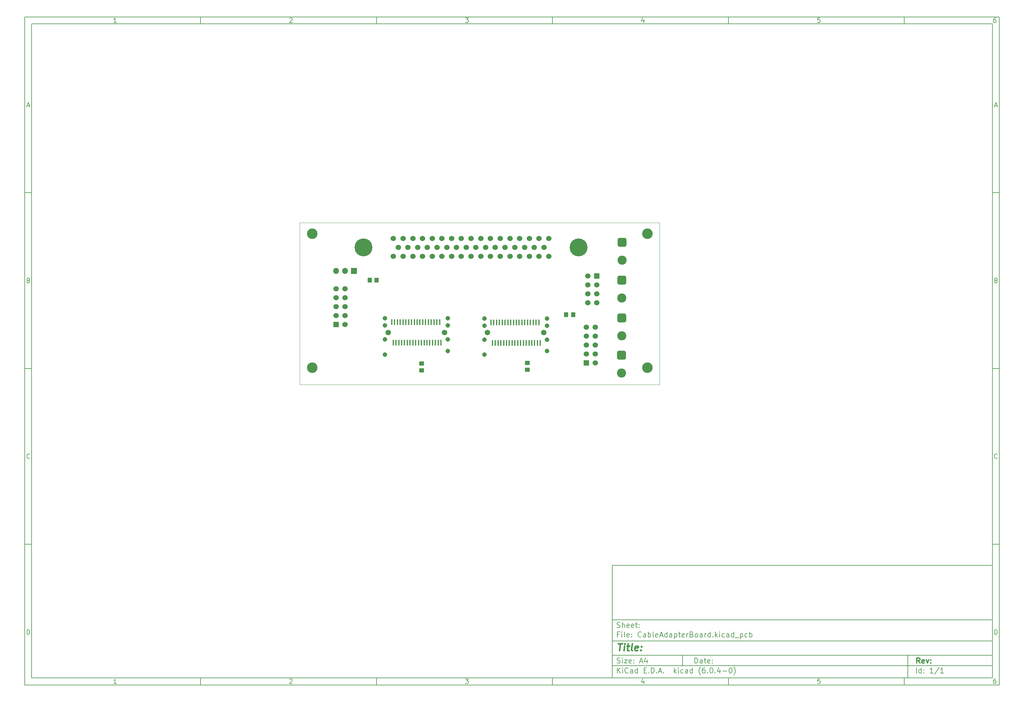
<source format=gbr>
%TF.GenerationSoftware,KiCad,Pcbnew,(6.0.4-0)*%
%TF.CreationDate,2023-08-06T12:43:48-07:00*%
%TF.ProjectId,CableAdapterBoard,4361626c-6541-4646-9170-746572426f61,rev?*%
%TF.SameCoordinates,Original*%
%TF.FileFunction,Soldermask,Top*%
%TF.FilePolarity,Negative*%
%FSLAX46Y46*%
G04 Gerber Fmt 4.6, Leading zero omitted, Abs format (unit mm)*
G04 Created by KiCad (PCBNEW (6.0.4-0)) date 2023-08-06 12:43:48*
%MOMM*%
%LPD*%
G01*
G04 APERTURE LIST*
G04 Aperture macros list*
%AMRoundRect*
0 Rectangle with rounded corners*
0 $1 Rounding radius*
0 $2 $3 $4 $5 $6 $7 $8 $9 X,Y pos of 4 corners*
0 Add a 4 corners polygon primitive as box body*
4,1,4,$2,$3,$4,$5,$6,$7,$8,$9,$2,$3,0*
0 Add four circle primitives for the rounded corners*
1,1,$1+$1,$2,$3*
1,1,$1+$1,$4,$5*
1,1,$1+$1,$6,$7*
1,1,$1+$1,$8,$9*
0 Add four rect primitives between the rounded corners*
20,1,$1+$1,$2,$3,$4,$5,0*
20,1,$1+$1,$4,$5,$6,$7,0*
20,1,$1+$1,$6,$7,$8,$9,0*
20,1,$1+$1,$8,$9,$2,$3,0*%
G04 Aperture macros list end*
%ADD10C,0.100000*%
%ADD11C,0.150000*%
%ADD12C,0.300000*%
%ADD13C,0.400000*%
%TA.AperFunction,Profile*%
%ADD14C,0.100000*%
%TD*%
%ADD15R,1.700000X1.700000*%
%ADD16O,1.700000X1.700000*%
%ADD17C,3.000000*%
%ADD18C,1.550000*%
%ADD19O,0.350000X1.800000*%
%ADD20C,1.308000*%
%ADD21R,1.530000X1.530000*%
%ADD22C,1.530000*%
%ADD23RoundRect,0.650000X-0.650000X0.650000X-0.650000X-0.650000X0.650000X-0.650000X0.650000X0.650000X0*%
%ADD24C,2.600000*%
%ADD25RoundRect,0.250000X0.350000X0.450000X-0.350000X0.450000X-0.350000X-0.450000X0.350000X-0.450000X0*%
%ADD26RoundRect,0.250000X-0.350000X-0.450000X0.350000X-0.450000X0.350000X0.450000X-0.350000X0.450000X0*%
%ADD27RoundRect,0.250000X-0.450000X0.350000X-0.450000X-0.350000X0.450000X-0.350000X0.450000X0.350000X0*%
%ADD28C,1.524000*%
%ADD29C,5.080000*%
G04 APERTURE END LIST*
D10*
D11*
X177002200Y-166007200D02*
X177002200Y-198007200D01*
X285002200Y-198007200D01*
X285002200Y-166007200D01*
X177002200Y-166007200D01*
D10*
D11*
X10000000Y-10000000D02*
X10000000Y-200007200D01*
X287002200Y-200007200D01*
X287002200Y-10000000D01*
X10000000Y-10000000D01*
D10*
D11*
X12000000Y-12000000D02*
X12000000Y-198007200D01*
X285002200Y-198007200D01*
X285002200Y-12000000D01*
X12000000Y-12000000D01*
D10*
D11*
X60000000Y-12000000D02*
X60000000Y-10000000D01*
D10*
D11*
X110000000Y-12000000D02*
X110000000Y-10000000D01*
D10*
D11*
X160000000Y-12000000D02*
X160000000Y-10000000D01*
D10*
D11*
X210000000Y-12000000D02*
X210000000Y-10000000D01*
D10*
D11*
X260000000Y-12000000D02*
X260000000Y-10000000D01*
D10*
D11*
X36065476Y-11588095D02*
X35322619Y-11588095D01*
X35694047Y-11588095D02*
X35694047Y-10288095D01*
X35570238Y-10473809D01*
X35446428Y-10597619D01*
X35322619Y-10659523D01*
D10*
D11*
X85322619Y-10411904D02*
X85384523Y-10350000D01*
X85508333Y-10288095D01*
X85817857Y-10288095D01*
X85941666Y-10350000D01*
X86003571Y-10411904D01*
X86065476Y-10535714D01*
X86065476Y-10659523D01*
X86003571Y-10845238D01*
X85260714Y-11588095D01*
X86065476Y-11588095D01*
D10*
D11*
X135260714Y-10288095D02*
X136065476Y-10288095D01*
X135632142Y-10783333D01*
X135817857Y-10783333D01*
X135941666Y-10845238D01*
X136003571Y-10907142D01*
X136065476Y-11030952D01*
X136065476Y-11340476D01*
X136003571Y-11464285D01*
X135941666Y-11526190D01*
X135817857Y-11588095D01*
X135446428Y-11588095D01*
X135322619Y-11526190D01*
X135260714Y-11464285D01*
D10*
D11*
X185941666Y-10721428D02*
X185941666Y-11588095D01*
X185632142Y-10226190D02*
X185322619Y-11154761D01*
X186127380Y-11154761D01*
D10*
D11*
X236003571Y-10288095D02*
X235384523Y-10288095D01*
X235322619Y-10907142D01*
X235384523Y-10845238D01*
X235508333Y-10783333D01*
X235817857Y-10783333D01*
X235941666Y-10845238D01*
X236003571Y-10907142D01*
X236065476Y-11030952D01*
X236065476Y-11340476D01*
X236003571Y-11464285D01*
X235941666Y-11526190D01*
X235817857Y-11588095D01*
X235508333Y-11588095D01*
X235384523Y-11526190D01*
X235322619Y-11464285D01*
D10*
D11*
X285941666Y-10288095D02*
X285694047Y-10288095D01*
X285570238Y-10350000D01*
X285508333Y-10411904D01*
X285384523Y-10597619D01*
X285322619Y-10845238D01*
X285322619Y-11340476D01*
X285384523Y-11464285D01*
X285446428Y-11526190D01*
X285570238Y-11588095D01*
X285817857Y-11588095D01*
X285941666Y-11526190D01*
X286003571Y-11464285D01*
X286065476Y-11340476D01*
X286065476Y-11030952D01*
X286003571Y-10907142D01*
X285941666Y-10845238D01*
X285817857Y-10783333D01*
X285570238Y-10783333D01*
X285446428Y-10845238D01*
X285384523Y-10907142D01*
X285322619Y-11030952D01*
D10*
D11*
X60000000Y-198007200D02*
X60000000Y-200007200D01*
D10*
D11*
X110000000Y-198007200D02*
X110000000Y-200007200D01*
D10*
D11*
X160000000Y-198007200D02*
X160000000Y-200007200D01*
D10*
D11*
X210000000Y-198007200D02*
X210000000Y-200007200D01*
D10*
D11*
X260000000Y-198007200D02*
X260000000Y-200007200D01*
D10*
D11*
X36065476Y-199595295D02*
X35322619Y-199595295D01*
X35694047Y-199595295D02*
X35694047Y-198295295D01*
X35570238Y-198481009D01*
X35446428Y-198604819D01*
X35322619Y-198666723D01*
D10*
D11*
X85322619Y-198419104D02*
X85384523Y-198357200D01*
X85508333Y-198295295D01*
X85817857Y-198295295D01*
X85941666Y-198357200D01*
X86003571Y-198419104D01*
X86065476Y-198542914D01*
X86065476Y-198666723D01*
X86003571Y-198852438D01*
X85260714Y-199595295D01*
X86065476Y-199595295D01*
D10*
D11*
X135260714Y-198295295D02*
X136065476Y-198295295D01*
X135632142Y-198790533D01*
X135817857Y-198790533D01*
X135941666Y-198852438D01*
X136003571Y-198914342D01*
X136065476Y-199038152D01*
X136065476Y-199347676D01*
X136003571Y-199471485D01*
X135941666Y-199533390D01*
X135817857Y-199595295D01*
X135446428Y-199595295D01*
X135322619Y-199533390D01*
X135260714Y-199471485D01*
D10*
D11*
X185941666Y-198728628D02*
X185941666Y-199595295D01*
X185632142Y-198233390D02*
X185322619Y-199161961D01*
X186127380Y-199161961D01*
D10*
D11*
X236003571Y-198295295D02*
X235384523Y-198295295D01*
X235322619Y-198914342D01*
X235384523Y-198852438D01*
X235508333Y-198790533D01*
X235817857Y-198790533D01*
X235941666Y-198852438D01*
X236003571Y-198914342D01*
X236065476Y-199038152D01*
X236065476Y-199347676D01*
X236003571Y-199471485D01*
X235941666Y-199533390D01*
X235817857Y-199595295D01*
X235508333Y-199595295D01*
X235384523Y-199533390D01*
X235322619Y-199471485D01*
D10*
D11*
X285941666Y-198295295D02*
X285694047Y-198295295D01*
X285570238Y-198357200D01*
X285508333Y-198419104D01*
X285384523Y-198604819D01*
X285322619Y-198852438D01*
X285322619Y-199347676D01*
X285384523Y-199471485D01*
X285446428Y-199533390D01*
X285570238Y-199595295D01*
X285817857Y-199595295D01*
X285941666Y-199533390D01*
X286003571Y-199471485D01*
X286065476Y-199347676D01*
X286065476Y-199038152D01*
X286003571Y-198914342D01*
X285941666Y-198852438D01*
X285817857Y-198790533D01*
X285570238Y-198790533D01*
X285446428Y-198852438D01*
X285384523Y-198914342D01*
X285322619Y-199038152D01*
D10*
D11*
X10000000Y-60000000D02*
X12000000Y-60000000D01*
D10*
D11*
X10000000Y-110000000D02*
X12000000Y-110000000D01*
D10*
D11*
X10000000Y-160000000D02*
X12000000Y-160000000D01*
D10*
D11*
X10690476Y-35216666D02*
X11309523Y-35216666D01*
X10566666Y-35588095D02*
X11000000Y-34288095D01*
X11433333Y-35588095D01*
D10*
D11*
X11092857Y-84907142D02*
X11278571Y-84969047D01*
X11340476Y-85030952D01*
X11402380Y-85154761D01*
X11402380Y-85340476D01*
X11340476Y-85464285D01*
X11278571Y-85526190D01*
X11154761Y-85588095D01*
X10659523Y-85588095D01*
X10659523Y-84288095D01*
X11092857Y-84288095D01*
X11216666Y-84350000D01*
X11278571Y-84411904D01*
X11340476Y-84535714D01*
X11340476Y-84659523D01*
X11278571Y-84783333D01*
X11216666Y-84845238D01*
X11092857Y-84907142D01*
X10659523Y-84907142D01*
D10*
D11*
X11402380Y-135464285D02*
X11340476Y-135526190D01*
X11154761Y-135588095D01*
X11030952Y-135588095D01*
X10845238Y-135526190D01*
X10721428Y-135402380D01*
X10659523Y-135278571D01*
X10597619Y-135030952D01*
X10597619Y-134845238D01*
X10659523Y-134597619D01*
X10721428Y-134473809D01*
X10845238Y-134350000D01*
X11030952Y-134288095D01*
X11154761Y-134288095D01*
X11340476Y-134350000D01*
X11402380Y-134411904D01*
D10*
D11*
X10659523Y-185588095D02*
X10659523Y-184288095D01*
X10969047Y-184288095D01*
X11154761Y-184350000D01*
X11278571Y-184473809D01*
X11340476Y-184597619D01*
X11402380Y-184845238D01*
X11402380Y-185030952D01*
X11340476Y-185278571D01*
X11278571Y-185402380D01*
X11154761Y-185526190D01*
X10969047Y-185588095D01*
X10659523Y-185588095D01*
D10*
D11*
X287002200Y-60000000D02*
X285002200Y-60000000D01*
D10*
D11*
X287002200Y-110000000D02*
X285002200Y-110000000D01*
D10*
D11*
X287002200Y-160000000D02*
X285002200Y-160000000D01*
D10*
D11*
X285692676Y-35216666D02*
X286311723Y-35216666D01*
X285568866Y-35588095D02*
X286002200Y-34288095D01*
X286435533Y-35588095D01*
D10*
D11*
X286095057Y-84907142D02*
X286280771Y-84969047D01*
X286342676Y-85030952D01*
X286404580Y-85154761D01*
X286404580Y-85340476D01*
X286342676Y-85464285D01*
X286280771Y-85526190D01*
X286156961Y-85588095D01*
X285661723Y-85588095D01*
X285661723Y-84288095D01*
X286095057Y-84288095D01*
X286218866Y-84350000D01*
X286280771Y-84411904D01*
X286342676Y-84535714D01*
X286342676Y-84659523D01*
X286280771Y-84783333D01*
X286218866Y-84845238D01*
X286095057Y-84907142D01*
X285661723Y-84907142D01*
D10*
D11*
X286404580Y-135464285D02*
X286342676Y-135526190D01*
X286156961Y-135588095D01*
X286033152Y-135588095D01*
X285847438Y-135526190D01*
X285723628Y-135402380D01*
X285661723Y-135278571D01*
X285599819Y-135030952D01*
X285599819Y-134845238D01*
X285661723Y-134597619D01*
X285723628Y-134473809D01*
X285847438Y-134350000D01*
X286033152Y-134288095D01*
X286156961Y-134288095D01*
X286342676Y-134350000D01*
X286404580Y-134411904D01*
D10*
D11*
X285661723Y-185588095D02*
X285661723Y-184288095D01*
X285971247Y-184288095D01*
X286156961Y-184350000D01*
X286280771Y-184473809D01*
X286342676Y-184597619D01*
X286404580Y-184845238D01*
X286404580Y-185030952D01*
X286342676Y-185278571D01*
X286280771Y-185402380D01*
X286156961Y-185526190D01*
X285971247Y-185588095D01*
X285661723Y-185588095D01*
D10*
D11*
X200434342Y-193785771D02*
X200434342Y-192285771D01*
X200791485Y-192285771D01*
X201005771Y-192357200D01*
X201148628Y-192500057D01*
X201220057Y-192642914D01*
X201291485Y-192928628D01*
X201291485Y-193142914D01*
X201220057Y-193428628D01*
X201148628Y-193571485D01*
X201005771Y-193714342D01*
X200791485Y-193785771D01*
X200434342Y-193785771D01*
X202577200Y-193785771D02*
X202577200Y-193000057D01*
X202505771Y-192857200D01*
X202362914Y-192785771D01*
X202077200Y-192785771D01*
X201934342Y-192857200D01*
X202577200Y-193714342D02*
X202434342Y-193785771D01*
X202077200Y-193785771D01*
X201934342Y-193714342D01*
X201862914Y-193571485D01*
X201862914Y-193428628D01*
X201934342Y-193285771D01*
X202077200Y-193214342D01*
X202434342Y-193214342D01*
X202577200Y-193142914D01*
X203077200Y-192785771D02*
X203648628Y-192785771D01*
X203291485Y-192285771D02*
X203291485Y-193571485D01*
X203362914Y-193714342D01*
X203505771Y-193785771D01*
X203648628Y-193785771D01*
X204720057Y-193714342D02*
X204577200Y-193785771D01*
X204291485Y-193785771D01*
X204148628Y-193714342D01*
X204077200Y-193571485D01*
X204077200Y-193000057D01*
X204148628Y-192857200D01*
X204291485Y-192785771D01*
X204577200Y-192785771D01*
X204720057Y-192857200D01*
X204791485Y-193000057D01*
X204791485Y-193142914D01*
X204077200Y-193285771D01*
X205434342Y-193642914D02*
X205505771Y-193714342D01*
X205434342Y-193785771D01*
X205362914Y-193714342D01*
X205434342Y-193642914D01*
X205434342Y-193785771D01*
X205434342Y-192857200D02*
X205505771Y-192928628D01*
X205434342Y-193000057D01*
X205362914Y-192928628D01*
X205434342Y-192857200D01*
X205434342Y-193000057D01*
D10*
D11*
X177002200Y-194507200D02*
X285002200Y-194507200D01*
D10*
D11*
X178434342Y-196585771D02*
X178434342Y-195085771D01*
X179291485Y-196585771D02*
X178648628Y-195728628D01*
X179291485Y-195085771D02*
X178434342Y-195942914D01*
X179934342Y-196585771D02*
X179934342Y-195585771D01*
X179934342Y-195085771D02*
X179862914Y-195157200D01*
X179934342Y-195228628D01*
X180005771Y-195157200D01*
X179934342Y-195085771D01*
X179934342Y-195228628D01*
X181505771Y-196442914D02*
X181434342Y-196514342D01*
X181220057Y-196585771D01*
X181077200Y-196585771D01*
X180862914Y-196514342D01*
X180720057Y-196371485D01*
X180648628Y-196228628D01*
X180577200Y-195942914D01*
X180577200Y-195728628D01*
X180648628Y-195442914D01*
X180720057Y-195300057D01*
X180862914Y-195157200D01*
X181077200Y-195085771D01*
X181220057Y-195085771D01*
X181434342Y-195157200D01*
X181505771Y-195228628D01*
X182791485Y-196585771D02*
X182791485Y-195800057D01*
X182720057Y-195657200D01*
X182577200Y-195585771D01*
X182291485Y-195585771D01*
X182148628Y-195657200D01*
X182791485Y-196514342D02*
X182648628Y-196585771D01*
X182291485Y-196585771D01*
X182148628Y-196514342D01*
X182077200Y-196371485D01*
X182077200Y-196228628D01*
X182148628Y-196085771D01*
X182291485Y-196014342D01*
X182648628Y-196014342D01*
X182791485Y-195942914D01*
X184148628Y-196585771D02*
X184148628Y-195085771D01*
X184148628Y-196514342D02*
X184005771Y-196585771D01*
X183720057Y-196585771D01*
X183577200Y-196514342D01*
X183505771Y-196442914D01*
X183434342Y-196300057D01*
X183434342Y-195871485D01*
X183505771Y-195728628D01*
X183577200Y-195657200D01*
X183720057Y-195585771D01*
X184005771Y-195585771D01*
X184148628Y-195657200D01*
X186005771Y-195800057D02*
X186505771Y-195800057D01*
X186720057Y-196585771D02*
X186005771Y-196585771D01*
X186005771Y-195085771D01*
X186720057Y-195085771D01*
X187362914Y-196442914D02*
X187434342Y-196514342D01*
X187362914Y-196585771D01*
X187291485Y-196514342D01*
X187362914Y-196442914D01*
X187362914Y-196585771D01*
X188077200Y-196585771D02*
X188077200Y-195085771D01*
X188434342Y-195085771D01*
X188648628Y-195157200D01*
X188791485Y-195300057D01*
X188862914Y-195442914D01*
X188934342Y-195728628D01*
X188934342Y-195942914D01*
X188862914Y-196228628D01*
X188791485Y-196371485D01*
X188648628Y-196514342D01*
X188434342Y-196585771D01*
X188077200Y-196585771D01*
X189577200Y-196442914D02*
X189648628Y-196514342D01*
X189577200Y-196585771D01*
X189505771Y-196514342D01*
X189577200Y-196442914D01*
X189577200Y-196585771D01*
X190220057Y-196157200D02*
X190934342Y-196157200D01*
X190077200Y-196585771D02*
X190577200Y-195085771D01*
X191077200Y-196585771D01*
X191577200Y-196442914D02*
X191648628Y-196514342D01*
X191577200Y-196585771D01*
X191505771Y-196514342D01*
X191577200Y-196442914D01*
X191577200Y-196585771D01*
X194577200Y-196585771D02*
X194577200Y-195085771D01*
X194720057Y-196014342D02*
X195148628Y-196585771D01*
X195148628Y-195585771D02*
X194577200Y-196157200D01*
X195791485Y-196585771D02*
X195791485Y-195585771D01*
X195791485Y-195085771D02*
X195720057Y-195157200D01*
X195791485Y-195228628D01*
X195862914Y-195157200D01*
X195791485Y-195085771D01*
X195791485Y-195228628D01*
X197148628Y-196514342D02*
X197005771Y-196585771D01*
X196720057Y-196585771D01*
X196577200Y-196514342D01*
X196505771Y-196442914D01*
X196434342Y-196300057D01*
X196434342Y-195871485D01*
X196505771Y-195728628D01*
X196577200Y-195657200D01*
X196720057Y-195585771D01*
X197005771Y-195585771D01*
X197148628Y-195657200D01*
X198434342Y-196585771D02*
X198434342Y-195800057D01*
X198362914Y-195657200D01*
X198220057Y-195585771D01*
X197934342Y-195585771D01*
X197791485Y-195657200D01*
X198434342Y-196514342D02*
X198291485Y-196585771D01*
X197934342Y-196585771D01*
X197791485Y-196514342D01*
X197720057Y-196371485D01*
X197720057Y-196228628D01*
X197791485Y-196085771D01*
X197934342Y-196014342D01*
X198291485Y-196014342D01*
X198434342Y-195942914D01*
X199791485Y-196585771D02*
X199791485Y-195085771D01*
X199791485Y-196514342D02*
X199648628Y-196585771D01*
X199362914Y-196585771D01*
X199220057Y-196514342D01*
X199148628Y-196442914D01*
X199077200Y-196300057D01*
X199077200Y-195871485D01*
X199148628Y-195728628D01*
X199220057Y-195657200D01*
X199362914Y-195585771D01*
X199648628Y-195585771D01*
X199791485Y-195657200D01*
X202077200Y-197157200D02*
X202005771Y-197085771D01*
X201862914Y-196871485D01*
X201791485Y-196728628D01*
X201720057Y-196514342D01*
X201648628Y-196157200D01*
X201648628Y-195871485D01*
X201720057Y-195514342D01*
X201791485Y-195300057D01*
X201862914Y-195157200D01*
X202005771Y-194942914D01*
X202077200Y-194871485D01*
X203291485Y-195085771D02*
X203005771Y-195085771D01*
X202862914Y-195157200D01*
X202791485Y-195228628D01*
X202648628Y-195442914D01*
X202577200Y-195728628D01*
X202577200Y-196300057D01*
X202648628Y-196442914D01*
X202720057Y-196514342D01*
X202862914Y-196585771D01*
X203148628Y-196585771D01*
X203291485Y-196514342D01*
X203362914Y-196442914D01*
X203434342Y-196300057D01*
X203434342Y-195942914D01*
X203362914Y-195800057D01*
X203291485Y-195728628D01*
X203148628Y-195657200D01*
X202862914Y-195657200D01*
X202720057Y-195728628D01*
X202648628Y-195800057D01*
X202577200Y-195942914D01*
X204077200Y-196442914D02*
X204148628Y-196514342D01*
X204077200Y-196585771D01*
X204005771Y-196514342D01*
X204077200Y-196442914D01*
X204077200Y-196585771D01*
X205077200Y-195085771D02*
X205220057Y-195085771D01*
X205362914Y-195157200D01*
X205434342Y-195228628D01*
X205505771Y-195371485D01*
X205577200Y-195657200D01*
X205577200Y-196014342D01*
X205505771Y-196300057D01*
X205434342Y-196442914D01*
X205362914Y-196514342D01*
X205220057Y-196585771D01*
X205077200Y-196585771D01*
X204934342Y-196514342D01*
X204862914Y-196442914D01*
X204791485Y-196300057D01*
X204720057Y-196014342D01*
X204720057Y-195657200D01*
X204791485Y-195371485D01*
X204862914Y-195228628D01*
X204934342Y-195157200D01*
X205077200Y-195085771D01*
X206220057Y-196442914D02*
X206291485Y-196514342D01*
X206220057Y-196585771D01*
X206148628Y-196514342D01*
X206220057Y-196442914D01*
X206220057Y-196585771D01*
X207577200Y-195585771D02*
X207577200Y-196585771D01*
X207220057Y-195014342D02*
X206862914Y-196085771D01*
X207791485Y-196085771D01*
X208362914Y-196014342D02*
X209505771Y-196014342D01*
X210505771Y-195085771D02*
X210648628Y-195085771D01*
X210791485Y-195157200D01*
X210862914Y-195228628D01*
X210934342Y-195371485D01*
X211005771Y-195657200D01*
X211005771Y-196014342D01*
X210934342Y-196300057D01*
X210862914Y-196442914D01*
X210791485Y-196514342D01*
X210648628Y-196585771D01*
X210505771Y-196585771D01*
X210362914Y-196514342D01*
X210291485Y-196442914D01*
X210220057Y-196300057D01*
X210148628Y-196014342D01*
X210148628Y-195657200D01*
X210220057Y-195371485D01*
X210291485Y-195228628D01*
X210362914Y-195157200D01*
X210505771Y-195085771D01*
X211505771Y-197157200D02*
X211577200Y-197085771D01*
X211720057Y-196871485D01*
X211791485Y-196728628D01*
X211862914Y-196514342D01*
X211934342Y-196157200D01*
X211934342Y-195871485D01*
X211862914Y-195514342D01*
X211791485Y-195300057D01*
X211720057Y-195157200D01*
X211577200Y-194942914D01*
X211505771Y-194871485D01*
D10*
D11*
X177002200Y-191507200D02*
X285002200Y-191507200D01*
D10*
D12*
X264411485Y-193785771D02*
X263911485Y-193071485D01*
X263554342Y-193785771D02*
X263554342Y-192285771D01*
X264125771Y-192285771D01*
X264268628Y-192357200D01*
X264340057Y-192428628D01*
X264411485Y-192571485D01*
X264411485Y-192785771D01*
X264340057Y-192928628D01*
X264268628Y-193000057D01*
X264125771Y-193071485D01*
X263554342Y-193071485D01*
X265625771Y-193714342D02*
X265482914Y-193785771D01*
X265197200Y-193785771D01*
X265054342Y-193714342D01*
X264982914Y-193571485D01*
X264982914Y-193000057D01*
X265054342Y-192857200D01*
X265197200Y-192785771D01*
X265482914Y-192785771D01*
X265625771Y-192857200D01*
X265697200Y-193000057D01*
X265697200Y-193142914D01*
X264982914Y-193285771D01*
X266197200Y-192785771D02*
X266554342Y-193785771D01*
X266911485Y-192785771D01*
X267482914Y-193642914D02*
X267554342Y-193714342D01*
X267482914Y-193785771D01*
X267411485Y-193714342D01*
X267482914Y-193642914D01*
X267482914Y-193785771D01*
X267482914Y-192857200D02*
X267554342Y-192928628D01*
X267482914Y-193000057D01*
X267411485Y-192928628D01*
X267482914Y-192857200D01*
X267482914Y-193000057D01*
D10*
D11*
X178362914Y-193714342D02*
X178577200Y-193785771D01*
X178934342Y-193785771D01*
X179077200Y-193714342D01*
X179148628Y-193642914D01*
X179220057Y-193500057D01*
X179220057Y-193357200D01*
X179148628Y-193214342D01*
X179077200Y-193142914D01*
X178934342Y-193071485D01*
X178648628Y-193000057D01*
X178505771Y-192928628D01*
X178434342Y-192857200D01*
X178362914Y-192714342D01*
X178362914Y-192571485D01*
X178434342Y-192428628D01*
X178505771Y-192357200D01*
X178648628Y-192285771D01*
X179005771Y-192285771D01*
X179220057Y-192357200D01*
X179862914Y-193785771D02*
X179862914Y-192785771D01*
X179862914Y-192285771D02*
X179791485Y-192357200D01*
X179862914Y-192428628D01*
X179934342Y-192357200D01*
X179862914Y-192285771D01*
X179862914Y-192428628D01*
X180434342Y-192785771D02*
X181220057Y-192785771D01*
X180434342Y-193785771D01*
X181220057Y-193785771D01*
X182362914Y-193714342D02*
X182220057Y-193785771D01*
X181934342Y-193785771D01*
X181791485Y-193714342D01*
X181720057Y-193571485D01*
X181720057Y-193000057D01*
X181791485Y-192857200D01*
X181934342Y-192785771D01*
X182220057Y-192785771D01*
X182362914Y-192857200D01*
X182434342Y-193000057D01*
X182434342Y-193142914D01*
X181720057Y-193285771D01*
X183077200Y-193642914D02*
X183148628Y-193714342D01*
X183077200Y-193785771D01*
X183005771Y-193714342D01*
X183077200Y-193642914D01*
X183077200Y-193785771D01*
X183077200Y-192857200D02*
X183148628Y-192928628D01*
X183077200Y-193000057D01*
X183005771Y-192928628D01*
X183077200Y-192857200D01*
X183077200Y-193000057D01*
X184862914Y-193357200D02*
X185577200Y-193357200D01*
X184720057Y-193785771D02*
X185220057Y-192285771D01*
X185720057Y-193785771D01*
X186862914Y-192785771D02*
X186862914Y-193785771D01*
X186505771Y-192214342D02*
X186148628Y-193285771D01*
X187077200Y-193285771D01*
D10*
D11*
X263434342Y-196585771D02*
X263434342Y-195085771D01*
X264791485Y-196585771D02*
X264791485Y-195085771D01*
X264791485Y-196514342D02*
X264648628Y-196585771D01*
X264362914Y-196585771D01*
X264220057Y-196514342D01*
X264148628Y-196442914D01*
X264077200Y-196300057D01*
X264077200Y-195871485D01*
X264148628Y-195728628D01*
X264220057Y-195657200D01*
X264362914Y-195585771D01*
X264648628Y-195585771D01*
X264791485Y-195657200D01*
X265505771Y-196442914D02*
X265577200Y-196514342D01*
X265505771Y-196585771D01*
X265434342Y-196514342D01*
X265505771Y-196442914D01*
X265505771Y-196585771D01*
X265505771Y-195657200D02*
X265577200Y-195728628D01*
X265505771Y-195800057D01*
X265434342Y-195728628D01*
X265505771Y-195657200D01*
X265505771Y-195800057D01*
X268148628Y-196585771D02*
X267291485Y-196585771D01*
X267720057Y-196585771D02*
X267720057Y-195085771D01*
X267577200Y-195300057D01*
X267434342Y-195442914D01*
X267291485Y-195514342D01*
X269862914Y-195014342D02*
X268577200Y-196942914D01*
X271148628Y-196585771D02*
X270291485Y-196585771D01*
X270720057Y-196585771D02*
X270720057Y-195085771D01*
X270577200Y-195300057D01*
X270434342Y-195442914D01*
X270291485Y-195514342D01*
D10*
D11*
X177002200Y-187507200D02*
X285002200Y-187507200D01*
D10*
D13*
X178714580Y-188211961D02*
X179857438Y-188211961D01*
X179036009Y-190211961D02*
X179286009Y-188211961D01*
X180274104Y-190211961D02*
X180440771Y-188878628D01*
X180524104Y-188211961D02*
X180416961Y-188307200D01*
X180500295Y-188402438D01*
X180607438Y-188307200D01*
X180524104Y-188211961D01*
X180500295Y-188402438D01*
X181107438Y-188878628D02*
X181869342Y-188878628D01*
X181476485Y-188211961D02*
X181262200Y-189926247D01*
X181333628Y-190116723D01*
X181512200Y-190211961D01*
X181702676Y-190211961D01*
X182655057Y-190211961D02*
X182476485Y-190116723D01*
X182405057Y-189926247D01*
X182619342Y-188211961D01*
X184190771Y-190116723D02*
X183988390Y-190211961D01*
X183607438Y-190211961D01*
X183428866Y-190116723D01*
X183357438Y-189926247D01*
X183452676Y-189164342D01*
X183571723Y-188973866D01*
X183774104Y-188878628D01*
X184155057Y-188878628D01*
X184333628Y-188973866D01*
X184405057Y-189164342D01*
X184381247Y-189354819D01*
X183405057Y-189545295D01*
X185155057Y-190021485D02*
X185238390Y-190116723D01*
X185131247Y-190211961D01*
X185047914Y-190116723D01*
X185155057Y-190021485D01*
X185131247Y-190211961D01*
X185286009Y-188973866D02*
X185369342Y-189069104D01*
X185262200Y-189164342D01*
X185178866Y-189069104D01*
X185286009Y-188973866D01*
X185262200Y-189164342D01*
D10*
D11*
X178934342Y-185600057D02*
X178434342Y-185600057D01*
X178434342Y-186385771D02*
X178434342Y-184885771D01*
X179148628Y-184885771D01*
X179720057Y-186385771D02*
X179720057Y-185385771D01*
X179720057Y-184885771D02*
X179648628Y-184957200D01*
X179720057Y-185028628D01*
X179791485Y-184957200D01*
X179720057Y-184885771D01*
X179720057Y-185028628D01*
X180648628Y-186385771D02*
X180505771Y-186314342D01*
X180434342Y-186171485D01*
X180434342Y-184885771D01*
X181791485Y-186314342D02*
X181648628Y-186385771D01*
X181362914Y-186385771D01*
X181220057Y-186314342D01*
X181148628Y-186171485D01*
X181148628Y-185600057D01*
X181220057Y-185457200D01*
X181362914Y-185385771D01*
X181648628Y-185385771D01*
X181791485Y-185457200D01*
X181862914Y-185600057D01*
X181862914Y-185742914D01*
X181148628Y-185885771D01*
X182505771Y-186242914D02*
X182577200Y-186314342D01*
X182505771Y-186385771D01*
X182434342Y-186314342D01*
X182505771Y-186242914D01*
X182505771Y-186385771D01*
X182505771Y-185457200D02*
X182577200Y-185528628D01*
X182505771Y-185600057D01*
X182434342Y-185528628D01*
X182505771Y-185457200D01*
X182505771Y-185600057D01*
X185220057Y-186242914D02*
X185148628Y-186314342D01*
X184934342Y-186385771D01*
X184791485Y-186385771D01*
X184577200Y-186314342D01*
X184434342Y-186171485D01*
X184362914Y-186028628D01*
X184291485Y-185742914D01*
X184291485Y-185528628D01*
X184362914Y-185242914D01*
X184434342Y-185100057D01*
X184577200Y-184957200D01*
X184791485Y-184885771D01*
X184934342Y-184885771D01*
X185148628Y-184957200D01*
X185220057Y-185028628D01*
X186505771Y-186385771D02*
X186505771Y-185600057D01*
X186434342Y-185457200D01*
X186291485Y-185385771D01*
X186005771Y-185385771D01*
X185862914Y-185457200D01*
X186505771Y-186314342D02*
X186362914Y-186385771D01*
X186005771Y-186385771D01*
X185862914Y-186314342D01*
X185791485Y-186171485D01*
X185791485Y-186028628D01*
X185862914Y-185885771D01*
X186005771Y-185814342D01*
X186362914Y-185814342D01*
X186505771Y-185742914D01*
X187220057Y-186385771D02*
X187220057Y-184885771D01*
X187220057Y-185457200D02*
X187362914Y-185385771D01*
X187648628Y-185385771D01*
X187791485Y-185457200D01*
X187862914Y-185528628D01*
X187934342Y-185671485D01*
X187934342Y-186100057D01*
X187862914Y-186242914D01*
X187791485Y-186314342D01*
X187648628Y-186385771D01*
X187362914Y-186385771D01*
X187220057Y-186314342D01*
X188791485Y-186385771D02*
X188648628Y-186314342D01*
X188577200Y-186171485D01*
X188577200Y-184885771D01*
X189934342Y-186314342D02*
X189791485Y-186385771D01*
X189505771Y-186385771D01*
X189362914Y-186314342D01*
X189291485Y-186171485D01*
X189291485Y-185600057D01*
X189362914Y-185457200D01*
X189505771Y-185385771D01*
X189791485Y-185385771D01*
X189934342Y-185457200D01*
X190005771Y-185600057D01*
X190005771Y-185742914D01*
X189291485Y-185885771D01*
X190577200Y-185957200D02*
X191291485Y-185957200D01*
X190434342Y-186385771D02*
X190934342Y-184885771D01*
X191434342Y-186385771D01*
X192577200Y-186385771D02*
X192577200Y-184885771D01*
X192577200Y-186314342D02*
X192434342Y-186385771D01*
X192148628Y-186385771D01*
X192005771Y-186314342D01*
X191934342Y-186242914D01*
X191862914Y-186100057D01*
X191862914Y-185671485D01*
X191934342Y-185528628D01*
X192005771Y-185457200D01*
X192148628Y-185385771D01*
X192434342Y-185385771D01*
X192577200Y-185457200D01*
X193934342Y-186385771D02*
X193934342Y-185600057D01*
X193862914Y-185457200D01*
X193720057Y-185385771D01*
X193434342Y-185385771D01*
X193291485Y-185457200D01*
X193934342Y-186314342D02*
X193791485Y-186385771D01*
X193434342Y-186385771D01*
X193291485Y-186314342D01*
X193220057Y-186171485D01*
X193220057Y-186028628D01*
X193291485Y-185885771D01*
X193434342Y-185814342D01*
X193791485Y-185814342D01*
X193934342Y-185742914D01*
X194648628Y-185385771D02*
X194648628Y-186885771D01*
X194648628Y-185457200D02*
X194791485Y-185385771D01*
X195077200Y-185385771D01*
X195220057Y-185457200D01*
X195291485Y-185528628D01*
X195362914Y-185671485D01*
X195362914Y-186100057D01*
X195291485Y-186242914D01*
X195220057Y-186314342D01*
X195077200Y-186385771D01*
X194791485Y-186385771D01*
X194648628Y-186314342D01*
X195791485Y-185385771D02*
X196362914Y-185385771D01*
X196005771Y-184885771D02*
X196005771Y-186171485D01*
X196077200Y-186314342D01*
X196220057Y-186385771D01*
X196362914Y-186385771D01*
X197434342Y-186314342D02*
X197291485Y-186385771D01*
X197005771Y-186385771D01*
X196862914Y-186314342D01*
X196791485Y-186171485D01*
X196791485Y-185600057D01*
X196862914Y-185457200D01*
X197005771Y-185385771D01*
X197291485Y-185385771D01*
X197434342Y-185457200D01*
X197505771Y-185600057D01*
X197505771Y-185742914D01*
X196791485Y-185885771D01*
X198148628Y-186385771D02*
X198148628Y-185385771D01*
X198148628Y-185671485D02*
X198220057Y-185528628D01*
X198291485Y-185457200D01*
X198434342Y-185385771D01*
X198577200Y-185385771D01*
X199577200Y-185600057D02*
X199791485Y-185671485D01*
X199862914Y-185742914D01*
X199934342Y-185885771D01*
X199934342Y-186100057D01*
X199862914Y-186242914D01*
X199791485Y-186314342D01*
X199648628Y-186385771D01*
X199077200Y-186385771D01*
X199077200Y-184885771D01*
X199577200Y-184885771D01*
X199720057Y-184957200D01*
X199791485Y-185028628D01*
X199862914Y-185171485D01*
X199862914Y-185314342D01*
X199791485Y-185457200D01*
X199720057Y-185528628D01*
X199577200Y-185600057D01*
X199077200Y-185600057D01*
X200791485Y-186385771D02*
X200648628Y-186314342D01*
X200577200Y-186242914D01*
X200505771Y-186100057D01*
X200505771Y-185671485D01*
X200577200Y-185528628D01*
X200648628Y-185457200D01*
X200791485Y-185385771D01*
X201005771Y-185385771D01*
X201148628Y-185457200D01*
X201220057Y-185528628D01*
X201291485Y-185671485D01*
X201291485Y-186100057D01*
X201220057Y-186242914D01*
X201148628Y-186314342D01*
X201005771Y-186385771D01*
X200791485Y-186385771D01*
X202577200Y-186385771D02*
X202577200Y-185600057D01*
X202505771Y-185457200D01*
X202362914Y-185385771D01*
X202077200Y-185385771D01*
X201934342Y-185457200D01*
X202577200Y-186314342D02*
X202434342Y-186385771D01*
X202077200Y-186385771D01*
X201934342Y-186314342D01*
X201862914Y-186171485D01*
X201862914Y-186028628D01*
X201934342Y-185885771D01*
X202077200Y-185814342D01*
X202434342Y-185814342D01*
X202577200Y-185742914D01*
X203291485Y-186385771D02*
X203291485Y-185385771D01*
X203291485Y-185671485D02*
X203362914Y-185528628D01*
X203434342Y-185457200D01*
X203577200Y-185385771D01*
X203720057Y-185385771D01*
X204862914Y-186385771D02*
X204862914Y-184885771D01*
X204862914Y-186314342D02*
X204720057Y-186385771D01*
X204434342Y-186385771D01*
X204291485Y-186314342D01*
X204220057Y-186242914D01*
X204148628Y-186100057D01*
X204148628Y-185671485D01*
X204220057Y-185528628D01*
X204291485Y-185457200D01*
X204434342Y-185385771D01*
X204720057Y-185385771D01*
X204862914Y-185457200D01*
X205577200Y-186242914D02*
X205648628Y-186314342D01*
X205577200Y-186385771D01*
X205505771Y-186314342D01*
X205577200Y-186242914D01*
X205577200Y-186385771D01*
X206291485Y-186385771D02*
X206291485Y-184885771D01*
X206434342Y-185814342D02*
X206862914Y-186385771D01*
X206862914Y-185385771D02*
X206291485Y-185957200D01*
X207505771Y-186385771D02*
X207505771Y-185385771D01*
X207505771Y-184885771D02*
X207434342Y-184957200D01*
X207505771Y-185028628D01*
X207577200Y-184957200D01*
X207505771Y-184885771D01*
X207505771Y-185028628D01*
X208862914Y-186314342D02*
X208720057Y-186385771D01*
X208434342Y-186385771D01*
X208291485Y-186314342D01*
X208220057Y-186242914D01*
X208148628Y-186100057D01*
X208148628Y-185671485D01*
X208220057Y-185528628D01*
X208291485Y-185457200D01*
X208434342Y-185385771D01*
X208720057Y-185385771D01*
X208862914Y-185457200D01*
X210148628Y-186385771D02*
X210148628Y-185600057D01*
X210077200Y-185457200D01*
X209934342Y-185385771D01*
X209648628Y-185385771D01*
X209505771Y-185457200D01*
X210148628Y-186314342D02*
X210005771Y-186385771D01*
X209648628Y-186385771D01*
X209505771Y-186314342D01*
X209434342Y-186171485D01*
X209434342Y-186028628D01*
X209505771Y-185885771D01*
X209648628Y-185814342D01*
X210005771Y-185814342D01*
X210148628Y-185742914D01*
X211505771Y-186385771D02*
X211505771Y-184885771D01*
X211505771Y-186314342D02*
X211362914Y-186385771D01*
X211077200Y-186385771D01*
X210934342Y-186314342D01*
X210862914Y-186242914D01*
X210791485Y-186100057D01*
X210791485Y-185671485D01*
X210862914Y-185528628D01*
X210934342Y-185457200D01*
X211077200Y-185385771D01*
X211362914Y-185385771D01*
X211505771Y-185457200D01*
X211862914Y-186528628D02*
X213005771Y-186528628D01*
X213362914Y-185385771D02*
X213362914Y-186885771D01*
X213362914Y-185457200D02*
X213505771Y-185385771D01*
X213791485Y-185385771D01*
X213934342Y-185457200D01*
X214005771Y-185528628D01*
X214077200Y-185671485D01*
X214077200Y-186100057D01*
X214005771Y-186242914D01*
X213934342Y-186314342D01*
X213791485Y-186385771D01*
X213505771Y-186385771D01*
X213362914Y-186314342D01*
X215362914Y-186314342D02*
X215220057Y-186385771D01*
X214934342Y-186385771D01*
X214791485Y-186314342D01*
X214720057Y-186242914D01*
X214648628Y-186100057D01*
X214648628Y-185671485D01*
X214720057Y-185528628D01*
X214791485Y-185457200D01*
X214934342Y-185385771D01*
X215220057Y-185385771D01*
X215362914Y-185457200D01*
X216005771Y-186385771D02*
X216005771Y-184885771D01*
X216005771Y-185457200D02*
X216148628Y-185385771D01*
X216434342Y-185385771D01*
X216577200Y-185457200D01*
X216648628Y-185528628D01*
X216720057Y-185671485D01*
X216720057Y-186100057D01*
X216648628Y-186242914D01*
X216577200Y-186314342D01*
X216434342Y-186385771D01*
X216148628Y-186385771D01*
X216005771Y-186314342D01*
D10*
D11*
X177002200Y-181507200D02*
X285002200Y-181507200D01*
D10*
D11*
X178362914Y-183614342D02*
X178577200Y-183685771D01*
X178934342Y-183685771D01*
X179077200Y-183614342D01*
X179148628Y-183542914D01*
X179220057Y-183400057D01*
X179220057Y-183257200D01*
X179148628Y-183114342D01*
X179077200Y-183042914D01*
X178934342Y-182971485D01*
X178648628Y-182900057D01*
X178505771Y-182828628D01*
X178434342Y-182757200D01*
X178362914Y-182614342D01*
X178362914Y-182471485D01*
X178434342Y-182328628D01*
X178505771Y-182257200D01*
X178648628Y-182185771D01*
X179005771Y-182185771D01*
X179220057Y-182257200D01*
X179862914Y-183685771D02*
X179862914Y-182185771D01*
X180505771Y-183685771D02*
X180505771Y-182900057D01*
X180434342Y-182757200D01*
X180291485Y-182685771D01*
X180077200Y-182685771D01*
X179934342Y-182757200D01*
X179862914Y-182828628D01*
X181791485Y-183614342D02*
X181648628Y-183685771D01*
X181362914Y-183685771D01*
X181220057Y-183614342D01*
X181148628Y-183471485D01*
X181148628Y-182900057D01*
X181220057Y-182757200D01*
X181362914Y-182685771D01*
X181648628Y-182685771D01*
X181791485Y-182757200D01*
X181862914Y-182900057D01*
X181862914Y-183042914D01*
X181148628Y-183185771D01*
X183077200Y-183614342D02*
X182934342Y-183685771D01*
X182648628Y-183685771D01*
X182505771Y-183614342D01*
X182434342Y-183471485D01*
X182434342Y-182900057D01*
X182505771Y-182757200D01*
X182648628Y-182685771D01*
X182934342Y-182685771D01*
X183077200Y-182757200D01*
X183148628Y-182900057D01*
X183148628Y-183042914D01*
X182434342Y-183185771D01*
X183577200Y-182685771D02*
X184148628Y-182685771D01*
X183791485Y-182185771D02*
X183791485Y-183471485D01*
X183862914Y-183614342D01*
X184005771Y-183685771D01*
X184148628Y-183685771D01*
X184648628Y-183542914D02*
X184720057Y-183614342D01*
X184648628Y-183685771D01*
X184577200Y-183614342D01*
X184648628Y-183542914D01*
X184648628Y-183685771D01*
X184648628Y-182757200D02*
X184720057Y-182828628D01*
X184648628Y-182900057D01*
X184577200Y-182828628D01*
X184648628Y-182757200D01*
X184648628Y-182900057D01*
D10*
D12*
D10*
D11*
D10*
D11*
D10*
D11*
D10*
D11*
D10*
D11*
X197002200Y-191507200D02*
X197002200Y-194507200D01*
D10*
D11*
X261002200Y-191507200D02*
X261002200Y-198007200D01*
D14*
X190480000Y-68510000D02*
X190480000Y-114600000D01*
X190480000Y-114600000D02*
X88130000Y-114600000D01*
X88130000Y-114600000D02*
X88130000Y-68510000D01*
X88130000Y-68510000D02*
X162400000Y-68510000D01*
X162400000Y-68510000D02*
X190480000Y-68510000D01*
D15*
%TO.C,JP1*%
X103610000Y-82200000D03*
D16*
X101070000Y-82200000D03*
X98530000Y-82200000D03*
%TD*%
D17*
%TO.C,REF\u002A\u002A1*%
X91750000Y-71660000D03*
%TD*%
D18*
%TO.C,J21*%
X157525000Y-99800000D03*
X141525000Y-99800000D03*
D19*
X156125000Y-96890000D03*
X155325000Y-96890000D03*
X154525000Y-96890000D03*
X153725000Y-96890000D03*
X152925000Y-96890000D03*
X152125000Y-96890000D03*
X151325000Y-96890000D03*
X150525000Y-96890000D03*
X149725000Y-96890000D03*
X148925000Y-96890000D03*
X148125000Y-96890000D03*
X147325000Y-96890000D03*
X146525000Y-96890000D03*
X145725000Y-96890000D03*
X144925000Y-96890000D03*
X144125000Y-96890000D03*
X143325000Y-96890000D03*
X142525000Y-96890000D03*
X156525000Y-102710000D03*
X155725000Y-102710000D03*
X154925000Y-102710000D03*
X154125000Y-102710000D03*
X153325000Y-102710000D03*
X152525000Y-102710000D03*
X151725000Y-102710000D03*
X150925000Y-102710000D03*
X150125000Y-102710000D03*
X149325000Y-102710000D03*
X148525000Y-102710000D03*
X147725000Y-102710000D03*
X146925000Y-102710000D03*
X146125000Y-102710000D03*
X145325000Y-102710000D03*
X144525000Y-102710000D03*
X143725000Y-102710000D03*
X142925000Y-102710000D03*
D20*
X158425000Y-105040000D03*
X158425000Y-101800000D03*
X158425000Y-97800000D03*
X158425000Y-95770000D03*
X140625000Y-95770000D03*
X140625000Y-97800000D03*
X140625000Y-101800000D03*
X140625000Y-106040000D03*
%TD*%
D21*
%TO.C,J2*%
X169595000Y-108422500D03*
D22*
X169595000Y-105882500D03*
X169595000Y-103342500D03*
X169595000Y-100802500D03*
X169595000Y-98262500D03*
X172135000Y-108422500D03*
X172135000Y-105882500D03*
X172135000Y-103342500D03*
X172135000Y-100802500D03*
X172135000Y-98262500D03*
%TD*%
D23*
%TO.C,TP4*%
X179600000Y-106220000D03*
D24*
X179600000Y-111300000D03*
%TD*%
D17*
%TO.C,REF\u002A\u002A2*%
X187000000Y-109760000D03*
%TD*%
D21*
%TO.C,J3*%
X98495000Y-97497500D03*
D22*
X98495000Y-94957500D03*
X98495000Y-92417500D03*
X98495000Y-89877500D03*
X98495000Y-87337500D03*
X101035000Y-97497500D03*
X101035000Y-94957500D03*
X101035000Y-92417500D03*
X101035000Y-89877500D03*
X101035000Y-87337500D03*
%TD*%
D25*
%TO.C,R3*%
X110030000Y-84890000D03*
X108030000Y-84890000D03*
%TD*%
D26*
%TO.C,R2*%
X163890000Y-94720000D03*
X165890000Y-94720000D03*
%TD*%
D23*
%TO.C,TP2*%
X179720000Y-84890000D03*
D24*
X179720000Y-89970000D03*
%TD*%
D27*
%TO.C,R4*%
X122840000Y-108550000D03*
X122840000Y-110550000D03*
%TD*%
D17*
%TO.C,REF\u002A\u002A*%
X187000000Y-71660000D03*
%TD*%
D23*
%TO.C,TP3*%
X179770000Y-74100000D03*
D24*
X179770000Y-79180000D03*
%TD*%
D18*
%TO.C,J31*%
X113325000Y-99750000D03*
X129325000Y-99750000D03*
D19*
X127925000Y-96840000D03*
X127125000Y-96840000D03*
X126325000Y-96840000D03*
X125525000Y-96840000D03*
X124725000Y-96840000D03*
X123925000Y-96840000D03*
X123125000Y-96840000D03*
X122325000Y-96840000D03*
X121525000Y-96840000D03*
X120725000Y-96840000D03*
X119925000Y-96840000D03*
X119125000Y-96840000D03*
X118325000Y-96840000D03*
X117525000Y-96840000D03*
X116725000Y-96840000D03*
X115925000Y-96840000D03*
X115125000Y-96840000D03*
X114325000Y-96840000D03*
X128325000Y-102660000D03*
X127525000Y-102660000D03*
X126725000Y-102660000D03*
X125925000Y-102660000D03*
X125125000Y-102660000D03*
X124325000Y-102660000D03*
X123525000Y-102660000D03*
X122725000Y-102660000D03*
X121925000Y-102660000D03*
X121125000Y-102660000D03*
X120325000Y-102660000D03*
X119525000Y-102660000D03*
X118725000Y-102660000D03*
X117925000Y-102660000D03*
X117125000Y-102660000D03*
X116325000Y-102660000D03*
X115525000Y-102660000D03*
X114725000Y-102660000D03*
D20*
X130225000Y-104990000D03*
X130225000Y-101750000D03*
X130225000Y-97750000D03*
X130225000Y-95720000D03*
X112425000Y-95720000D03*
X112425000Y-97750000D03*
X112425000Y-101750000D03*
X112425000Y-105990000D03*
%TD*%
D21*
%TO.C,J1*%
X172595000Y-83665000D03*
D22*
X172595000Y-86205000D03*
X172595000Y-88745000D03*
X172595000Y-91285000D03*
X170055000Y-83665000D03*
X170055000Y-86205000D03*
X170055000Y-88745000D03*
X170055000Y-91285000D03*
%TD*%
D28*
%TO.C,DSUB1*%
X158938600Y-78086500D03*
X156195400Y-78086500D03*
X153426800Y-78086500D03*
X150658200Y-78086500D03*
X147915000Y-78086500D03*
X145146400Y-78086500D03*
X142377800Y-78086500D03*
X139634600Y-78086500D03*
X136866000Y-78086500D03*
X134097400Y-78086500D03*
X131354200Y-78086500D03*
X128585600Y-78086500D03*
X125817000Y-78086500D03*
X123073800Y-78086500D03*
X120305200Y-78086500D03*
X117536600Y-78086500D03*
X114793400Y-78086500D03*
X157567000Y-75546500D03*
X154798400Y-75546500D03*
X152055200Y-75546500D03*
X149286600Y-75546500D03*
X146518000Y-75546500D03*
X143749400Y-75546500D03*
X141006200Y-75546500D03*
X138237600Y-75546500D03*
X135469000Y-75546500D03*
X132725800Y-75546500D03*
X129957200Y-75546500D03*
X127188600Y-75546500D03*
X124445400Y-75546500D03*
X121676800Y-75546500D03*
X118908200Y-75546500D03*
X116165000Y-75546500D03*
X158938600Y-73006500D03*
X156195400Y-73006500D03*
X153426800Y-73006500D03*
X150658200Y-73006500D03*
X147915000Y-73006500D03*
X145146400Y-73006500D03*
X142377800Y-73006500D03*
X139634600Y-73006500D03*
X136866000Y-73006500D03*
X134097400Y-73006500D03*
X131354200Y-73006500D03*
X128585600Y-73006500D03*
X125817000Y-73006500D03*
X123073800Y-73006500D03*
X120305200Y-73006500D03*
X117536600Y-73006500D03*
X114793400Y-73006500D03*
D29*
X106309800Y-75546500D03*
X167422200Y-75546500D03*
%TD*%
D23*
%TO.C,TP1*%
X179670000Y-95630000D03*
D24*
X179670000Y-100710000D03*
%TD*%
D27*
%TO.C,R1*%
X152840000Y-108360000D03*
X152840000Y-110360000D03*
%TD*%
D17*
%TO.C,REF\u002A\u002A3*%
X91750000Y-109760000D03*
%TD*%
M02*

</source>
